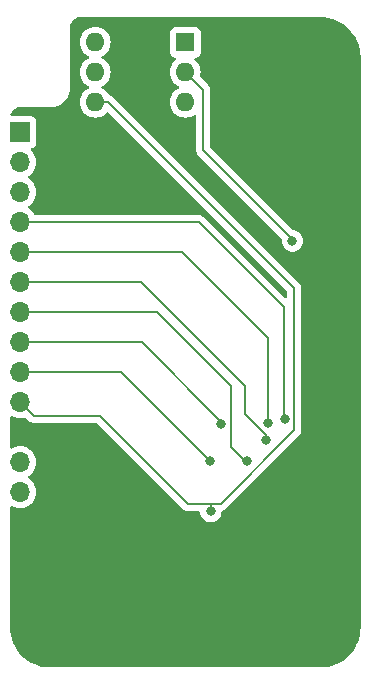
<source format=gbr>
%TF.GenerationSoftware,KiCad,Pcbnew,8.0.4-8.0.4-0~ubuntu22.04.1*%
%TF.CreationDate,2024-08-10T18:20:34+03:00*%
%TF.ProjectId,PM-ESPC3,504d2d45-5350-4433-932e-6b696361645f,rev?*%
%TF.SameCoordinates,Original*%
%TF.FileFunction,Copper,L2,Bot*%
%TF.FilePolarity,Positive*%
%FSLAX46Y46*%
G04 Gerber Fmt 4.6, Leading zero omitted, Abs format (unit mm)*
G04 Created by KiCad (PCBNEW 8.0.4-8.0.4-0~ubuntu22.04.1) date 2024-08-10 18:20:34*
%MOMM*%
%LPD*%
G01*
G04 APERTURE LIST*
%TA.AperFunction,ComponentPad*%
%ADD10O,1.000000X1.700000*%
%TD*%
%TA.AperFunction,ComponentPad*%
%ADD11R,1.600000X1.600000*%
%TD*%
%TA.AperFunction,ComponentPad*%
%ADD12O,1.600000X1.600000*%
%TD*%
%TA.AperFunction,ComponentPad*%
%ADD13R,1.700000X1.700000*%
%TD*%
%TA.AperFunction,ComponentPad*%
%ADD14O,1.700000X1.700000*%
%TD*%
%TA.AperFunction,ViaPad*%
%ADD15C,0.800000*%
%TD*%
%TA.AperFunction,Conductor*%
%ADD16C,0.200000*%
%TD*%
G04 APERTURE END LIST*
D10*
%TO.P,J1,5,GND*%
%TO.N,GND*%
X83820029Y-71119992D03*
X78170027Y-71119992D03*
%TD*%
D11*
%TO.P,SW3,1*%
%TO.N,/A1*%
X73660000Y-71120000D03*
D12*
%TO.P,SW3,2*%
%TO.N,/A2*%
X73660000Y-73660000D03*
%TO.P,SW3,3*%
%TO.N,/A3*%
X73660000Y-76200000D03*
%TO.P,SW3,4*%
%TO.N,+3.3V*%
X66040000Y-76200000D03*
%TO.P,SW3,5*%
X66040000Y-73660000D03*
%TO.P,SW3,6*%
X66040000Y-71120000D03*
%TD*%
D13*
%TO.P,J2,1,Pin_1*%
%TO.N,unconnected-(J2-Pin_1-Pad1)*%
X59690000Y-78740000D03*
D14*
%TO.P,J2,2,Pin_2*%
%TO.N,/GPIO2*%
X59690000Y-81280000D03*
%TO.P,J2,3,Pin_3*%
%TO.N,/GPIO3*%
X59690000Y-83820000D03*
%TO.P,J2,4,Pin_4*%
%TO.N,/GPIO9*%
X59690000Y-86360000D03*
%TO.P,J2,5,Pin_5*%
%TO.N,/GPIO8*%
X59690000Y-88900000D03*
%TO.P,J2,6,Pin_6*%
%TO.N,/GPIO7*%
X59690000Y-91440000D03*
%TO.P,J2,7,Pin_7*%
%TO.N,/GPIO6*%
X59690000Y-93980000D03*
%TO.P,J2,8,Pin_8*%
%TO.N,/GPIO5*%
X59690000Y-96520000D03*
%TO.P,J2,9,Pin_9*%
%TO.N,/GPIO4*%
X59690000Y-99060000D03*
%TO.P,J2,10,Pin_10*%
%TO.N,+3.3V*%
X59690000Y-101600000D03*
%TO.P,J2,11,Pin_11*%
%TO.N,GND*%
X59690000Y-104140000D03*
%TO.P,J2,12,Pin_12*%
%TO.N,/SDA*%
X59690000Y-106680000D03*
%TO.P,J2,13,Pin_13*%
%TO.N,/SCL*%
X59690000Y-109220000D03*
%TD*%
D13*
%TO.P,J3,1,Pin_1*%
%TO.N,GND*%
X86360000Y-71120000D03*
%TD*%
D15*
%TO.N,GND*%
X78740000Y-78740000D03*
X83820000Y-78740000D03*
%TO.N,+3.3V*%
X75817500Y-110839600D03*
%TO.N,/GPIO8*%
X80655900Y-103342800D03*
%TO.N,/GPIO9*%
X82061700Y-102988900D03*
%TO.N,/A2*%
X82732500Y-87946700D03*
%TO.N,/GPIO4*%
X75725200Y-106564600D03*
%TO.N,/GPIO7*%
X80523100Y-104824100D03*
%TO.N,/GPIO5*%
X76714400Y-103454900D03*
%TO.N,/GPIO6*%
X78874200Y-106579200D03*
%TD*%
D16*
%TO.N,+3.3V*%
X75817500Y-110839600D02*
X75817500Y-110194000D01*
X73873900Y-110194000D02*
X75817500Y-110194000D01*
X82893400Y-91951700D02*
X67141700Y-76200000D01*
X82893400Y-103950000D02*
X82893400Y-91951700D01*
X72930500Y-109251000D02*
X73873900Y-110194000D01*
X59690000Y-101600000D02*
X60842000Y-102752000D01*
X60842000Y-102752000D02*
X66431600Y-102752000D01*
X75817500Y-110194000D02*
X76649000Y-110194000D01*
X66431600Y-102752000D02*
X72930500Y-109251000D01*
X67141700Y-76200000D02*
X66040000Y-76200000D01*
X76649000Y-110194000D02*
X82893400Y-103950000D01*
%TO.N,/GPIO8*%
X73400000Y-88900000D02*
X80655900Y-96155900D01*
X59690000Y-88900000D02*
X73400000Y-88900000D01*
X80655900Y-96155900D02*
X80655900Y-103342800D01*
%TO.N,/GPIO9*%
X81991700Y-93532500D02*
X81991700Y-101850000D01*
X81991700Y-102918900D02*
X82061700Y-102988900D01*
X81991700Y-101850000D02*
X81991700Y-102918900D01*
X59690000Y-86360000D02*
X74819200Y-86360000D01*
X74819200Y-86360000D02*
X81991700Y-93532500D01*
%TO.N,/A2*%
X82583500Y-87711800D02*
X82583500Y-87665000D01*
X75184000Y-75184000D02*
X73660000Y-73660000D01*
X75184000Y-80265500D02*
X75184000Y-75184000D01*
X82732500Y-87860800D02*
X82583500Y-87711800D01*
X82732500Y-87860800D02*
X82732500Y-87946700D01*
X82583500Y-87665000D02*
X75184000Y-80265500D01*
%TO.N,/GPIO4*%
X59690000Y-99060000D02*
X68220600Y-99060000D01*
X68220600Y-99060000D02*
X75725200Y-106564600D01*
%TO.N,/GPIO7*%
X78664100Y-100181000D02*
X78739100Y-100256000D01*
X78664100Y-100181000D02*
X78740000Y-100256900D01*
X59690000Y-91440000D02*
X69923300Y-91440000D01*
X80523100Y-104409200D02*
X78740000Y-102626100D01*
X80523100Y-104824100D02*
X80523100Y-104409200D01*
X78740000Y-100256900D02*
X78740000Y-102626100D01*
X69923300Y-91440000D02*
X78664100Y-100181000D01*
%TO.N,/GPIO5*%
X76714400Y-103246700D02*
X76714400Y-103454900D01*
X69987700Y-96520000D02*
X76714400Y-103246700D01*
X59690000Y-96520000D02*
X69987700Y-96520000D01*
%TO.N,/GPIO6*%
X77491900Y-105375000D02*
X78696100Y-106579200D01*
X77491900Y-104904000D02*
X77491900Y-105375000D01*
X78696100Y-106579200D02*
X78874200Y-106579200D01*
X71277400Y-93980000D02*
X77491900Y-100195000D01*
X59690000Y-93980000D02*
X71277400Y-93980000D01*
X77491900Y-100195000D02*
X77491900Y-104904000D01*
%TD*%
%TA.AperFunction,Conductor*%
%TO.N,GND*%
G36*
X85093032Y-68980649D02*
G01*
X85165195Y-68984194D01*
X85418109Y-68996619D01*
X85430213Y-68997811D01*
X85749144Y-69045120D01*
X85761059Y-69047490D01*
X86073824Y-69125833D01*
X86085466Y-69129366D01*
X86135474Y-69147259D01*
X86389021Y-69237979D01*
X86400256Y-69242633D01*
X86488784Y-69284503D01*
X86691728Y-69380488D01*
X86702445Y-69386216D01*
X86940572Y-69528944D01*
X86978987Y-69551969D01*
X86989105Y-69558729D01*
X87248075Y-69750795D01*
X87257481Y-69758515D01*
X87496375Y-69975035D01*
X87504964Y-69983624D01*
X87590203Y-70077671D01*
X87721484Y-70222518D01*
X87729204Y-70231924D01*
X87921270Y-70490894D01*
X87928030Y-70501012D01*
X88093776Y-70777542D01*
X88099513Y-70788275D01*
X88237366Y-71079743D01*
X88242022Y-71090985D01*
X88350633Y-71394533D01*
X88354166Y-71406177D01*
X88432506Y-71718928D01*
X88434880Y-71730863D01*
X88482187Y-72049782D01*
X88483380Y-72061892D01*
X88499351Y-72386967D01*
X88499500Y-72393052D01*
X88499500Y-120646947D01*
X88499351Y-120653032D01*
X88483380Y-120978107D01*
X88482187Y-120990217D01*
X88434880Y-121309136D01*
X88432506Y-121321071D01*
X88354166Y-121633822D01*
X88350633Y-121645466D01*
X88242022Y-121949014D01*
X88237366Y-121960256D01*
X88099513Y-122251724D01*
X88093776Y-122262457D01*
X87928030Y-122538987D01*
X87921270Y-122549105D01*
X87729204Y-122808075D01*
X87721484Y-122817481D01*
X87504972Y-123056367D01*
X87496367Y-123064972D01*
X87257481Y-123281484D01*
X87248075Y-123289204D01*
X86989105Y-123481270D01*
X86978987Y-123488030D01*
X86702457Y-123653776D01*
X86691724Y-123659513D01*
X86400256Y-123797366D01*
X86389014Y-123802022D01*
X86085466Y-123910633D01*
X86073822Y-123914166D01*
X85761071Y-123992506D01*
X85749136Y-123994880D01*
X85430217Y-124042187D01*
X85418107Y-124043380D01*
X85093033Y-124059351D01*
X85086948Y-124059500D01*
X62233052Y-124059500D01*
X62226967Y-124059351D01*
X61901892Y-124043380D01*
X61889782Y-124042187D01*
X61570863Y-123994880D01*
X61558928Y-123992506D01*
X61246177Y-123914166D01*
X61234533Y-123910633D01*
X60930985Y-123802022D01*
X60919743Y-123797366D01*
X60628275Y-123659513D01*
X60617547Y-123653778D01*
X60341012Y-123488030D01*
X60330894Y-123481270D01*
X60071924Y-123289204D01*
X60062518Y-123281484D01*
X60021439Y-123244252D01*
X59823624Y-123064964D01*
X59815035Y-123056375D01*
X59598515Y-122817481D01*
X59590795Y-122808075D01*
X59398729Y-122549105D01*
X59391969Y-122538987D01*
X59226216Y-122262445D01*
X59220486Y-122251724D01*
X59082633Y-121960256D01*
X59077977Y-121949014D01*
X58969366Y-121645466D01*
X58965833Y-121633822D01*
X58961125Y-121615026D01*
X58887490Y-121321059D01*
X58885119Y-121309136D01*
X58837812Y-120990217D01*
X58836619Y-120978106D01*
X58820649Y-120653031D01*
X58820500Y-120646947D01*
X58820500Y-110498028D01*
X58840185Y-110430989D01*
X58892989Y-110385234D01*
X58962147Y-110375290D01*
X59006582Y-110392877D01*
X59007478Y-110391326D01*
X59012166Y-110394032D01*
X59012170Y-110394035D01*
X59226337Y-110493903D01*
X59454592Y-110555063D01*
X59642918Y-110571539D01*
X59689999Y-110575659D01*
X59690000Y-110575659D01*
X59690001Y-110575659D01*
X59729234Y-110572226D01*
X59925408Y-110555063D01*
X60153663Y-110493903D01*
X60367830Y-110394035D01*
X60561401Y-110258495D01*
X60728495Y-110091401D01*
X60864035Y-109897830D01*
X60963903Y-109683663D01*
X61025063Y-109455408D01*
X61045659Y-109220000D01*
X61025063Y-108984592D01*
X60963903Y-108756337D01*
X60864035Y-108542171D01*
X60728495Y-108348599D01*
X60728494Y-108348597D01*
X60561402Y-108181506D01*
X60561396Y-108181501D01*
X60375842Y-108051575D01*
X60332217Y-107996998D01*
X60325023Y-107927500D01*
X60356546Y-107865145D01*
X60375842Y-107848425D01*
X60398026Y-107832891D01*
X60561401Y-107718495D01*
X60728495Y-107551401D01*
X60864035Y-107357830D01*
X60963903Y-107143663D01*
X61025063Y-106915408D01*
X61045659Y-106680000D01*
X61025063Y-106444592D01*
X60963903Y-106216337D01*
X60864035Y-106002171D01*
X60796914Y-105906311D01*
X60728494Y-105808597D01*
X60561402Y-105641506D01*
X60561395Y-105641501D01*
X60559498Y-105640173D01*
X60511813Y-105606783D01*
X60367834Y-105505967D01*
X60367830Y-105505965D01*
X60348579Y-105496988D01*
X60153663Y-105406097D01*
X60153659Y-105406096D01*
X60153655Y-105406094D01*
X59925413Y-105344938D01*
X59925403Y-105344936D01*
X59690001Y-105324341D01*
X59689999Y-105324341D01*
X59454596Y-105344936D01*
X59454586Y-105344938D01*
X59226344Y-105406094D01*
X59226335Y-105406097D01*
X59012172Y-105505964D01*
X59007485Y-105508671D01*
X59006338Y-105506684D01*
X58949392Y-105525876D01*
X58881628Y-105508852D01*
X58833825Y-105457894D01*
X58820500Y-105401973D01*
X58820500Y-102878028D01*
X58840185Y-102810989D01*
X58892989Y-102765234D01*
X58962147Y-102755290D01*
X59006582Y-102772877D01*
X59007478Y-102771326D01*
X59012166Y-102774032D01*
X59012170Y-102774035D01*
X59226337Y-102873903D01*
X59454592Y-102935063D01*
X59642918Y-102951539D01*
X59689999Y-102955659D01*
X59690000Y-102955659D01*
X59690001Y-102955659D01*
X59729234Y-102952226D01*
X59925408Y-102935063D01*
X60053757Y-102900672D01*
X60123606Y-102902335D01*
X60173531Y-102932766D01*
X60357139Y-103116374D01*
X60357149Y-103116385D01*
X60361479Y-103120715D01*
X60361480Y-103120716D01*
X60473284Y-103232520D01*
X60532390Y-103266644D01*
X60560095Y-103282639D01*
X60560097Y-103282641D01*
X60598151Y-103304611D01*
X60610215Y-103311577D01*
X60762943Y-103352501D01*
X60762946Y-103352501D01*
X60928653Y-103352501D01*
X60928669Y-103352500D01*
X66131498Y-103352500D01*
X66198537Y-103372185D01*
X66219180Y-103388819D01*
X72444218Y-109613952D01*
X72444411Y-109614172D01*
X72450058Y-109619817D01*
X72450059Y-109619818D01*
X72506251Y-109675986D01*
X72561780Y-109731516D01*
X72561782Y-109731517D01*
X72567385Y-109737120D01*
X72567591Y-109737301D01*
X73446400Y-110615736D01*
X73446399Y-110615736D01*
X73446418Y-110615754D01*
X73505184Y-110674520D01*
X73505284Y-110674597D01*
X73571890Y-110713033D01*
X73571888Y-110713036D01*
X73571909Y-110713043D01*
X73641751Y-110753366D01*
X73642118Y-110753578D01*
X73642219Y-110753620D01*
X73642228Y-110753623D01*
X73642229Y-110753623D01*
X73642234Y-110753626D01*
X73719384Y-110774280D01*
X73719384Y-110774281D01*
X73719400Y-110774284D01*
X73794843Y-110794500D01*
X73794851Y-110794500D01*
X73794960Y-110794514D01*
X73794970Y-110794517D01*
X73794979Y-110794516D01*
X73794980Y-110794517D01*
X73876423Y-110794500D01*
X74795650Y-110794500D01*
X74862689Y-110814185D01*
X74908444Y-110866989D01*
X74918969Y-110905534D01*
X74931826Y-111027856D01*
X74931827Y-111027859D01*
X74990318Y-111207877D01*
X74990321Y-111207884D01*
X75084967Y-111371816D01*
X75211629Y-111512488D01*
X75364765Y-111623748D01*
X75364770Y-111623751D01*
X75537692Y-111700742D01*
X75537697Y-111700744D01*
X75722854Y-111740100D01*
X75722855Y-111740100D01*
X75912144Y-111740100D01*
X75912146Y-111740100D01*
X76097303Y-111700744D01*
X76270230Y-111623751D01*
X76423371Y-111512488D01*
X76550033Y-111371816D01*
X76644679Y-111207884D01*
X76703174Y-111027856D01*
X76718782Y-110879351D01*
X76745365Y-110814739D01*
X76802663Y-110774754D01*
X76809980Y-110772548D01*
X76877003Y-110754592D01*
X76881150Y-110753623D01*
X76881640Y-110753366D01*
X76885921Y-110750610D01*
X76964974Y-110704969D01*
X77014549Y-110676349D01*
X77018007Y-110674489D01*
X77019429Y-110673171D01*
X77022536Y-110669700D01*
X77095593Y-110596642D01*
X77095594Y-110596641D01*
X83255037Y-104437592D01*
X83255066Y-104437569D01*
X83262114Y-104430521D01*
X83262116Y-104430520D01*
X83327170Y-104365465D01*
X83371382Y-104321255D01*
X83374003Y-104318784D01*
X83374012Y-104318772D01*
X83375733Y-104315574D01*
X83419914Y-104239051D01*
X83451010Y-104185194D01*
X83453086Y-104181852D01*
X83453095Y-104181832D01*
X83453993Y-104177991D01*
X83461169Y-104151212D01*
X83471964Y-104110922D01*
X83493708Y-104029783D01*
X83493894Y-104029112D01*
X83493900Y-104029071D01*
X83493900Y-103962956D01*
X83493900Y-103960406D01*
X83493903Y-103870962D01*
X83493901Y-103870957D01*
X83493902Y-103863386D01*
X83493900Y-103863336D01*
X83493900Y-92040760D01*
X83493901Y-92040747D01*
X83493901Y-91872644D01*
X83452976Y-91719914D01*
X83452973Y-91719909D01*
X83373924Y-91582990D01*
X83373918Y-91582982D01*
X67629290Y-75838355D01*
X67629288Y-75838352D01*
X67510417Y-75719481D01*
X67510416Y-75719480D01*
X67415220Y-75664519D01*
X67373485Y-75640423D01*
X67246668Y-75606442D01*
X67187010Y-75570078D01*
X67171376Y-75548667D01*
X67170575Y-75547281D01*
X67170568Y-75547266D01*
X67040047Y-75360861D01*
X67040045Y-75360858D01*
X66879141Y-75199954D01*
X66692734Y-75069432D01*
X66692728Y-75069429D01*
X66665038Y-75056517D01*
X66634724Y-75042381D01*
X66582285Y-74996210D01*
X66563133Y-74929017D01*
X66583348Y-74862135D01*
X66634725Y-74817618D01*
X66692734Y-74790568D01*
X66879139Y-74660047D01*
X67040047Y-74499139D01*
X67170568Y-74312734D01*
X67266739Y-74106496D01*
X67325635Y-73886692D01*
X67345468Y-73660000D01*
X67345468Y-73659998D01*
X72354532Y-73659998D01*
X72354532Y-73660001D01*
X72374364Y-73886686D01*
X72374366Y-73886697D01*
X72433258Y-74106488D01*
X72433261Y-74106497D01*
X72529431Y-74312732D01*
X72529432Y-74312734D01*
X72659954Y-74499141D01*
X72820858Y-74660045D01*
X72820861Y-74660047D01*
X73007266Y-74790568D01*
X73065275Y-74817618D01*
X73117714Y-74863791D01*
X73136866Y-74930984D01*
X73116650Y-74997865D01*
X73065275Y-75042382D01*
X73007267Y-75069431D01*
X73007265Y-75069432D01*
X72820858Y-75199954D01*
X72659954Y-75360858D01*
X72529432Y-75547265D01*
X72529431Y-75547267D01*
X72433261Y-75753502D01*
X72433258Y-75753511D01*
X72374366Y-75973302D01*
X72374364Y-75973313D01*
X72354532Y-76199998D01*
X72354532Y-76200001D01*
X72374364Y-76426686D01*
X72374366Y-76426697D01*
X72433258Y-76646488D01*
X72433261Y-76646497D01*
X72529431Y-76852732D01*
X72529432Y-76852734D01*
X72659954Y-77039141D01*
X72820858Y-77200045D01*
X72820861Y-77200047D01*
X73007266Y-77330568D01*
X73213504Y-77426739D01*
X73433308Y-77485635D01*
X73595230Y-77499801D01*
X73659998Y-77505468D01*
X73660000Y-77505468D01*
X73660002Y-77505468D01*
X73716673Y-77500509D01*
X73886692Y-77485635D01*
X74106496Y-77426739D01*
X74312734Y-77330568D01*
X74388378Y-77277601D01*
X74454583Y-77255275D01*
X74522350Y-77272285D01*
X74570163Y-77323233D01*
X74583500Y-77379177D01*
X74583500Y-80178830D01*
X74583499Y-80178848D01*
X74583499Y-80344554D01*
X74583498Y-80344554D01*
X74624423Y-80497285D01*
X74653358Y-80547400D01*
X74653359Y-80547404D01*
X74653360Y-80547404D01*
X74703479Y-80634214D01*
X74703481Y-80634217D01*
X74822349Y-80753085D01*
X74822355Y-80753090D01*
X81803185Y-87733920D01*
X81836670Y-87795243D01*
X81838825Y-87834561D01*
X81827040Y-87946699D01*
X81827040Y-87946700D01*
X81846826Y-88134956D01*
X81846827Y-88134959D01*
X81905318Y-88314977D01*
X81905321Y-88314984D01*
X81999967Y-88478916D01*
X82126629Y-88619588D01*
X82279765Y-88730848D01*
X82279770Y-88730851D01*
X82452692Y-88807842D01*
X82452697Y-88807844D01*
X82637854Y-88847200D01*
X82637855Y-88847200D01*
X82827144Y-88847200D01*
X82827146Y-88847200D01*
X83012303Y-88807844D01*
X83185230Y-88730851D01*
X83338371Y-88619588D01*
X83465033Y-88478916D01*
X83559679Y-88314984D01*
X83618174Y-88134956D01*
X83637960Y-87946700D01*
X83618174Y-87758444D01*
X83559679Y-87578416D01*
X83465033Y-87414484D01*
X83338371Y-87273812D01*
X83338370Y-87273811D01*
X83185234Y-87162551D01*
X83185229Y-87162548D01*
X83012307Y-87085557D01*
X83012302Y-87085555D01*
X82846296Y-87050270D01*
X82784814Y-87017078D01*
X82784396Y-87016661D01*
X75820819Y-80053084D01*
X75787334Y-79991761D01*
X75784500Y-79965403D01*
X75784500Y-75104945D01*
X75784500Y-75104943D01*
X75743577Y-74952216D01*
X75730183Y-74929017D01*
X75664524Y-74815290D01*
X75664521Y-74815286D01*
X75664520Y-74815284D01*
X75552716Y-74703480D01*
X75552715Y-74703479D01*
X75548385Y-74699149D01*
X75548374Y-74699139D01*
X74951941Y-74102706D01*
X74918456Y-74041383D01*
X74919847Y-73982931D01*
X74945635Y-73886692D01*
X74965468Y-73660000D01*
X74945635Y-73433308D01*
X74886739Y-73213504D01*
X74790568Y-73007266D01*
X74660047Y-72820861D01*
X74660045Y-72820858D01*
X74499143Y-72659956D01*
X74474536Y-72642726D01*
X74430912Y-72588149D01*
X74423719Y-72518650D01*
X74455241Y-72456296D01*
X74515471Y-72420882D01*
X74532404Y-72417861D01*
X74567483Y-72414091D01*
X74702331Y-72363796D01*
X74817546Y-72277546D01*
X74903796Y-72162331D01*
X74954091Y-72027483D01*
X74960500Y-71967873D01*
X74960499Y-70272128D01*
X74954091Y-70212517D01*
X74919567Y-70119954D01*
X74903797Y-70077671D01*
X74903793Y-70077664D01*
X74817547Y-69962455D01*
X74817544Y-69962452D01*
X74702335Y-69876206D01*
X74702328Y-69876202D01*
X74567482Y-69825908D01*
X74567483Y-69825908D01*
X74507883Y-69819501D01*
X74507881Y-69819500D01*
X74507873Y-69819500D01*
X74507864Y-69819500D01*
X72812129Y-69819500D01*
X72812123Y-69819501D01*
X72752516Y-69825908D01*
X72617671Y-69876202D01*
X72617664Y-69876206D01*
X72502455Y-69962452D01*
X72502452Y-69962455D01*
X72416206Y-70077664D01*
X72416202Y-70077671D01*
X72365908Y-70212517D01*
X72363822Y-70231924D01*
X72359501Y-70272123D01*
X72359500Y-70272135D01*
X72359500Y-71967870D01*
X72359501Y-71967876D01*
X72365908Y-72027483D01*
X72416202Y-72162328D01*
X72416206Y-72162335D01*
X72502452Y-72277544D01*
X72502455Y-72277547D01*
X72617664Y-72363793D01*
X72617671Y-72363797D01*
X72662618Y-72380561D01*
X72752517Y-72414091D01*
X72787596Y-72417862D01*
X72852144Y-72444599D01*
X72891993Y-72501991D01*
X72894488Y-72571816D01*
X72858836Y-72631905D01*
X72845464Y-72642725D01*
X72820858Y-72659954D01*
X72659954Y-72820858D01*
X72529432Y-73007265D01*
X72529431Y-73007267D01*
X72433261Y-73213502D01*
X72433258Y-73213511D01*
X72374366Y-73433302D01*
X72374364Y-73433313D01*
X72354532Y-73659998D01*
X67345468Y-73659998D01*
X67325635Y-73433308D01*
X67266739Y-73213504D01*
X67170568Y-73007266D01*
X67040047Y-72820861D01*
X67040045Y-72820858D01*
X66879141Y-72659954D01*
X66692734Y-72529432D01*
X66692728Y-72529429D01*
X66634725Y-72502382D01*
X66582285Y-72456210D01*
X66563133Y-72389017D01*
X66583348Y-72322135D01*
X66634725Y-72277618D01*
X66692734Y-72250568D01*
X66879139Y-72120047D01*
X67040047Y-71959139D01*
X67170568Y-71772734D01*
X67266739Y-71566496D01*
X67325635Y-71346692D01*
X67345468Y-71120000D01*
X67325635Y-70893308D01*
X67266739Y-70673504D01*
X67170568Y-70467266D01*
X67040047Y-70280861D01*
X67040045Y-70280858D01*
X66879141Y-70119954D01*
X66692734Y-69989432D01*
X66692732Y-69989431D01*
X66486497Y-69893261D01*
X66486488Y-69893258D01*
X66266697Y-69834366D01*
X66266693Y-69834365D01*
X66266692Y-69834365D01*
X66266691Y-69834364D01*
X66266686Y-69834364D01*
X66040002Y-69814532D01*
X66039998Y-69814532D01*
X65813313Y-69834364D01*
X65813302Y-69834366D01*
X65593511Y-69893258D01*
X65593502Y-69893261D01*
X65387267Y-69989431D01*
X65387265Y-69989432D01*
X65200858Y-70119954D01*
X65039954Y-70280858D01*
X64909432Y-70467265D01*
X64909431Y-70467267D01*
X64813261Y-70673502D01*
X64813258Y-70673511D01*
X64754366Y-70893302D01*
X64754364Y-70893313D01*
X64734532Y-71119998D01*
X64734532Y-71120001D01*
X64754364Y-71346686D01*
X64754366Y-71346697D01*
X64813258Y-71566488D01*
X64813261Y-71566497D01*
X64909431Y-71772732D01*
X64909432Y-71772734D01*
X65039954Y-71959141D01*
X65200858Y-72120045D01*
X65200861Y-72120047D01*
X65387266Y-72250568D01*
X65445275Y-72277618D01*
X65497714Y-72323791D01*
X65516866Y-72390984D01*
X65496650Y-72457865D01*
X65445275Y-72502382D01*
X65387267Y-72529431D01*
X65387265Y-72529432D01*
X65200858Y-72659954D01*
X65039954Y-72820858D01*
X64909432Y-73007265D01*
X64909431Y-73007267D01*
X64813261Y-73213502D01*
X64813258Y-73213511D01*
X64754366Y-73433302D01*
X64754364Y-73433313D01*
X64734532Y-73659998D01*
X64734532Y-73660001D01*
X64754364Y-73886686D01*
X64754366Y-73886697D01*
X64813258Y-74106488D01*
X64813261Y-74106497D01*
X64909431Y-74312732D01*
X64909432Y-74312734D01*
X65039954Y-74499141D01*
X65200858Y-74660045D01*
X65200861Y-74660047D01*
X65387266Y-74790568D01*
X65445275Y-74817618D01*
X65497714Y-74863791D01*
X65516866Y-74930984D01*
X65496650Y-74997865D01*
X65445275Y-75042382D01*
X65387267Y-75069431D01*
X65387265Y-75069432D01*
X65200858Y-75199954D01*
X65039954Y-75360858D01*
X64909432Y-75547265D01*
X64909431Y-75547267D01*
X64813261Y-75753502D01*
X64813258Y-75753511D01*
X64754366Y-75973302D01*
X64754364Y-75973313D01*
X64734532Y-76199998D01*
X64734532Y-76200001D01*
X64754364Y-76426686D01*
X64754366Y-76426697D01*
X64813258Y-76646488D01*
X64813261Y-76646497D01*
X64909431Y-76852732D01*
X64909432Y-76852734D01*
X65039954Y-77039141D01*
X65200858Y-77200045D01*
X65200861Y-77200047D01*
X65387266Y-77330568D01*
X65593504Y-77426739D01*
X65813308Y-77485635D01*
X65975230Y-77499801D01*
X66039998Y-77505468D01*
X66040000Y-77505468D01*
X66040002Y-77505468D01*
X66096673Y-77500509D01*
X66266692Y-77485635D01*
X66486496Y-77426739D01*
X66692734Y-77330568D01*
X66879139Y-77200047D01*
X66930241Y-77148945D01*
X66998145Y-77081042D01*
X67059468Y-77047557D01*
X67129160Y-77052541D01*
X67173507Y-77081042D01*
X82256581Y-92164116D01*
X82290066Y-92225439D01*
X82292900Y-92251797D01*
X82292900Y-92685102D01*
X82273215Y-92752141D01*
X82220411Y-92797896D01*
X82151253Y-92807840D01*
X82087697Y-92778815D01*
X82081219Y-92772783D01*
X75306790Y-85998355D01*
X75306788Y-85998352D01*
X75187917Y-85879481D01*
X75187916Y-85879480D01*
X75101104Y-85829360D01*
X75101104Y-85829359D01*
X75101100Y-85829358D01*
X75050985Y-85800423D01*
X74898257Y-85759499D01*
X74740143Y-85759499D01*
X74732547Y-85759499D01*
X74732531Y-85759500D01*
X60979091Y-85759500D01*
X60912052Y-85739815D01*
X60866711Y-85687909D01*
X60864037Y-85682175D01*
X60864034Y-85682170D01*
X60728494Y-85488597D01*
X60561402Y-85321506D01*
X60561396Y-85321501D01*
X60375842Y-85191575D01*
X60332217Y-85136998D01*
X60325023Y-85067500D01*
X60356546Y-85005145D01*
X60375842Y-84988425D01*
X60398026Y-84972891D01*
X60561401Y-84858495D01*
X60728495Y-84691401D01*
X60864035Y-84497830D01*
X60963903Y-84283663D01*
X61025063Y-84055408D01*
X61045659Y-83820000D01*
X61025063Y-83584592D01*
X60963903Y-83356337D01*
X60864035Y-83142171D01*
X60728495Y-82948599D01*
X60728494Y-82948597D01*
X60561402Y-82781506D01*
X60561396Y-82781501D01*
X60375842Y-82651575D01*
X60332217Y-82596998D01*
X60325023Y-82527500D01*
X60356546Y-82465145D01*
X60375842Y-82448425D01*
X60398026Y-82432891D01*
X60561401Y-82318495D01*
X60728495Y-82151401D01*
X60864035Y-81957830D01*
X60963903Y-81743663D01*
X61025063Y-81515408D01*
X61045659Y-81280000D01*
X61025063Y-81044592D01*
X60963903Y-80816337D01*
X60864035Y-80602171D01*
X60790593Y-80497285D01*
X60728496Y-80408600D01*
X60728495Y-80408599D01*
X60606567Y-80286671D01*
X60573084Y-80225351D01*
X60578068Y-80155659D01*
X60619939Y-80099725D01*
X60650915Y-80082810D01*
X60782331Y-80033796D01*
X60897546Y-79947546D01*
X60983796Y-79832331D01*
X61034091Y-79697483D01*
X61040500Y-79637873D01*
X61040499Y-77842128D01*
X61034091Y-77782517D01*
X60983796Y-77647669D01*
X60983795Y-77647668D01*
X60983793Y-77647664D01*
X60897547Y-77532455D01*
X60897544Y-77532452D01*
X60782335Y-77446206D01*
X60782328Y-77446202D01*
X60647482Y-77395908D01*
X60647483Y-77395908D01*
X60587883Y-77389501D01*
X60587881Y-77389500D01*
X60587873Y-77389500D01*
X60587865Y-77389500D01*
X58977364Y-77389500D01*
X58910325Y-77369815D01*
X58864570Y-77317011D01*
X58854626Y-77247853D01*
X58858703Y-77229506D01*
X58883145Y-77148931D01*
X58892438Y-77126495D01*
X58961283Y-76997696D01*
X58974779Y-76977497D01*
X59067427Y-76864606D01*
X59084606Y-76847427D01*
X59197497Y-76754779D01*
X59217696Y-76741283D01*
X59346495Y-76672438D01*
X59368928Y-76663146D01*
X59508688Y-76620750D01*
X59532519Y-76616010D01*
X59683938Y-76601096D01*
X59696092Y-76600500D01*
X62349476Y-76600500D01*
X62349477Y-76600500D01*
X62543609Y-76572587D01*
X62585992Y-76566494D01*
X62585993Y-76566493D01*
X62585997Y-76566493D01*
X62815271Y-76499172D01*
X63032630Y-76399908D01*
X63233650Y-76270720D01*
X63414239Y-76114239D01*
X63570720Y-75933650D01*
X63699908Y-75732630D01*
X63799172Y-75515271D01*
X63866493Y-75285997D01*
X63869837Y-75262743D01*
X63878864Y-75199953D01*
X63900500Y-75049477D01*
X63900500Y-74930000D01*
X63900500Y-74872417D01*
X63900500Y-69856092D01*
X63901097Y-69843938D01*
X63909510Y-69758515D01*
X63916010Y-69692519D01*
X63920750Y-69668688D01*
X63963146Y-69528928D01*
X63972438Y-69506495D01*
X64041283Y-69377696D01*
X64054779Y-69357497D01*
X64147427Y-69244606D01*
X64164606Y-69227427D01*
X64277497Y-69134779D01*
X64297696Y-69121283D01*
X64426495Y-69052438D01*
X64448928Y-69043146D01*
X64588688Y-69000750D01*
X64612519Y-68996010D01*
X64763938Y-68981096D01*
X64776092Y-68980500D01*
X64827583Y-68980500D01*
X85032417Y-68980500D01*
X85086948Y-68980500D01*
X85093032Y-68980649D01*
G37*
%TD.AperFunction*%
%TD*%
M02*

</source>
